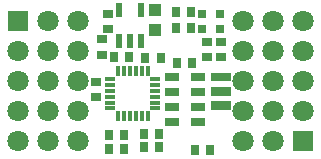
<source format=gts>
G04 DipTrace Beta 2.3.5.2*
%INLulfroMini.GTS*%
%MOIN*%
%ADD24R,0.0354X0.0276*%
%ADD25R,0.0276X0.0354*%
%ADD28R,0.0394X0.0433*%
%ADD29R,0.0315X0.0315*%
%ADD30R,0.0217X0.0472*%
%ADD49R,0.0473X0.0276*%
%ADD51O,0.0158X0.0375*%
%ADD53O,0.0375X0.0158*%
%ADD55C,0.0709*%
%ADD57R,0.0709X0.0709*%
%FSLAX44Y44*%
G04*
G70*
G90*
G75*
G01*
%LNTopMask*%
%LPD*%
D24*
X3400Y4020D3*
Y3508D3*
X3600Y4350D3*
Y4862D3*
D25*
X5910Y3210D3*
X6422D3*
X5320Y850D3*
X4808D3*
X4320Y3420D3*
X3808D3*
D24*
X3224Y2606D3*
Y2094D3*
D28*
X5190Y4980D3*
Y4311D3*
D25*
X5370Y3390D3*
X4858D3*
D29*
X6750Y4375D3*
X7341D3*
X6750Y4875D3*
X7341D3*
D30*
X3970Y3960D3*
X4344D3*
X4718D3*
Y4984D3*
X3970D3*
D57*
X10125Y625D3*
D55*
X9125D3*
X10125Y1625D3*
X9125D3*
X10125Y2625D3*
X9125D3*
X10125Y3625D3*
X9125D3*
X10125Y4625D3*
X9125D3*
X8125Y625D3*
Y1625D3*
Y2625D3*
Y3625D3*
Y4625D3*
D57*
X625D3*
D55*
X1625D3*
X625Y3625D3*
X1625D3*
X625Y2625D3*
X1625D3*
X625Y1625D3*
X1625D3*
X625Y625D3*
X1625D3*
X2625Y4625D3*
Y3625D3*
Y2625D3*
Y1625D3*
Y625D3*
D53*
X5190Y1710D3*
Y1907D3*
Y2104D3*
Y2301D3*
Y2497D3*
Y2694D3*
D51*
X4934Y2950D3*
X4737D3*
X4540D3*
X4344D3*
X4147D3*
X3950D3*
D53*
X3694Y2694D3*
Y2497D3*
Y2301D3*
Y2104D3*
Y1907D3*
Y1710D3*
D51*
X3950Y1454D3*
X4147D3*
X4344D3*
X4540D3*
X4737D3*
X4934D3*
D49*
X5750Y2750D3*
Y2258D3*
Y1766D3*
Y1274D3*
X6616D3*
Y1766D3*
Y2258D3*
Y2750D3*
D25*
X5880Y4920D3*
X6392D3*
D24*
X7380Y3420D3*
Y3932D3*
X6900Y3420D3*
Y3932D3*
D25*
X3640Y820D3*
X4152D3*
X4150Y360D3*
X3638D3*
X6510Y330D3*
X7022D3*
X5320Y410D3*
X4808D3*
X5870Y4390D3*
X6382D3*
G36*
X7710Y2612D2*
Y2888D1*
X7040D1*
Y2612D1*
X7710D1*
G37*
G36*
Y2140D2*
Y2415D1*
X7040D1*
Y2140D1*
X7710D1*
G37*
G36*
Y1667D2*
Y1943D1*
X7040D1*
Y1667D1*
X7710D1*
G37*
M02*

</source>
